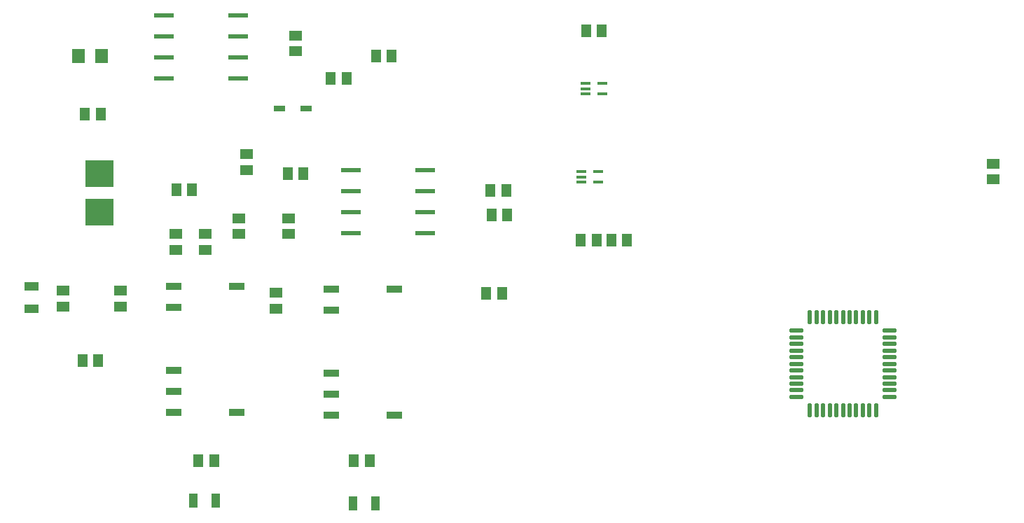
<source format=gtp>
G04 Layer_Color=8421504*
%FSLAX25Y25*%
%MOIN*%
G70*
G01*
G75*
%ADD10R,0.05118X0.05906*%
%ADD11R,0.06299X0.07087*%
%ADD12R,0.09650X0.02400*%
%ADD13R,0.04600X0.01400*%
%ADD14R,0.05906X0.05118*%
%ADD15R,0.05300X0.02800*%
%ADD16R,0.13386X0.12795*%
%ADD17R,0.04331X0.06693*%
%ADD18R,0.06693X0.04331*%
%ADD19R,0.07700X0.03800*%
%ADD20O,0.02165X0.06890*%
%ADD21O,0.06890X0.02165*%
D10*
X276240Y306000D02*
D03*
X268760D02*
D03*
X297740Y316500D02*
D03*
X290260D02*
D03*
X159240Y289000D02*
D03*
X151760D02*
D03*
X397740Y328500D02*
D03*
X390260D02*
D03*
X350240Y203500D02*
D03*
X342760D02*
D03*
X255740Y260500D02*
D03*
X248260D02*
D03*
X395240Y229000D02*
D03*
X387760D02*
D03*
X202740Y253000D02*
D03*
X195260D02*
D03*
X352240Y252500D02*
D03*
X344760D02*
D03*
X409740Y229000D02*
D03*
X402260D02*
D03*
X352740Y241000D02*
D03*
X345260D02*
D03*
X158000Y171500D02*
D03*
X150520D02*
D03*
X287260Y124000D02*
D03*
X279780D02*
D03*
X213260D02*
D03*
X205780D02*
D03*
D11*
X148488Y316500D02*
D03*
X159512D02*
D03*
D12*
X189375Y336000D02*
D03*
Y326000D02*
D03*
Y316000D02*
D03*
Y306000D02*
D03*
X224625D02*
D03*
Y316000D02*
D03*
Y326000D02*
D03*
Y336000D02*
D03*
X278375Y262346D02*
D03*
Y252346D02*
D03*
Y242346D02*
D03*
Y232346D02*
D03*
X313625D02*
D03*
Y242346D02*
D03*
Y252346D02*
D03*
Y262346D02*
D03*
D13*
X389900Y303559D02*
D03*
Y301000D02*
D03*
Y298441D02*
D03*
X398100D02*
D03*
Y303559D02*
D03*
X387900Y261559D02*
D03*
Y259000D02*
D03*
Y256441D02*
D03*
X396100D02*
D03*
Y261559D02*
D03*
D14*
X252000Y318760D02*
D03*
Y326240D02*
D03*
X584000Y265240D02*
D03*
Y257760D02*
D03*
X228500Y262260D02*
D03*
Y269740D02*
D03*
X225000Y239240D02*
D03*
Y231760D02*
D03*
X195000Y231740D02*
D03*
Y224260D02*
D03*
X248500Y239240D02*
D03*
Y231760D02*
D03*
X209000Y231740D02*
D03*
Y224260D02*
D03*
X168760Y204740D02*
D03*
Y197260D02*
D03*
X242500Y203740D02*
D03*
Y196260D02*
D03*
X141260Y204740D02*
D03*
Y197260D02*
D03*
D15*
X244150Y291500D02*
D03*
X256850D02*
D03*
D16*
X158500Y260654D02*
D03*
Y242346D02*
D03*
D17*
X214075Y105000D02*
D03*
X203445D02*
D03*
X290075Y103500D02*
D03*
X279445D02*
D03*
D18*
X126260Y206815D02*
D03*
Y196185D02*
D03*
D19*
X269020Y205500D02*
D03*
Y195500D02*
D03*
Y165500D02*
D03*
Y155500D02*
D03*
Y145500D02*
D03*
X299020D02*
D03*
Y205500D02*
D03*
X194020Y207000D02*
D03*
Y197000D02*
D03*
Y167000D02*
D03*
Y157000D02*
D03*
Y147000D02*
D03*
X224020D02*
D03*
Y207000D02*
D03*
D20*
X496752Y147756D02*
D03*
X499902D02*
D03*
X503051D02*
D03*
X506201D02*
D03*
X509350D02*
D03*
X512500D02*
D03*
X515650D02*
D03*
X518799D02*
D03*
X521949D02*
D03*
X525098D02*
D03*
X528248D02*
D03*
Y192244D02*
D03*
X525098D02*
D03*
X521949D02*
D03*
X518799D02*
D03*
X515650D02*
D03*
X512500D02*
D03*
X509350D02*
D03*
X506201D02*
D03*
X503051D02*
D03*
X499902D02*
D03*
X496752D02*
D03*
D21*
X534744Y154252D02*
D03*
Y157402D02*
D03*
Y160551D02*
D03*
Y163701D02*
D03*
Y166850D02*
D03*
Y170000D02*
D03*
Y173150D02*
D03*
Y176299D02*
D03*
Y179449D02*
D03*
Y182598D02*
D03*
Y185748D02*
D03*
X490256D02*
D03*
Y182598D02*
D03*
Y179449D02*
D03*
Y176299D02*
D03*
Y173150D02*
D03*
Y170000D02*
D03*
Y166850D02*
D03*
Y163701D02*
D03*
Y160551D02*
D03*
Y157402D02*
D03*
Y154252D02*
D03*
M02*

</source>
